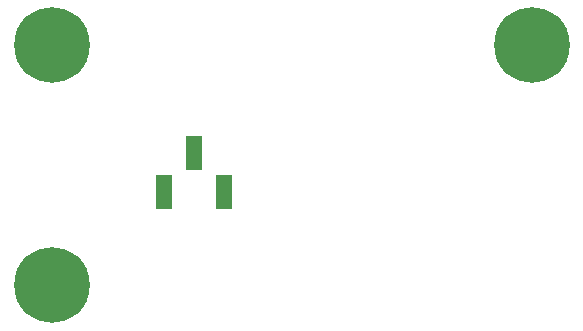
<source format=gbr>
%TF.GenerationSoftware,KiCad,Pcbnew,6.0.11+dfsg-1~bpo11+1*%
%TF.CreationDate,2023-04-13T09:35:23+00:00*%
%TF.ProjectId,PINHOLDER02,50494e48-4f4c-4444-9552-30322e6b6963,02A*%
%TF.SameCoordinates,Original*%
%TF.FileFunction,Soldermask,Top*%
%TF.FilePolarity,Negative*%
%FSLAX46Y46*%
G04 Gerber Fmt 4.6, Leading zero omitted, Abs format (unit mm)*
G04 Created by KiCad (PCBNEW 6.0.11+dfsg-1~bpo11+1) date 2023-04-13 09:35:23*
%MOMM*%
%LPD*%
G01*
G04 APERTURE LIST*
G04 Aperture macros list*
%AMRoundRect*
0 Rectangle with rounded corners*
0 $1 Rounding radius*
0 $2 $3 $4 $5 $6 $7 $8 $9 X,Y pos of 4 corners*
0 Add a 4 corners polygon primitive as box body*
4,1,4,$2,$3,$4,$5,$6,$7,$8,$9,$2,$3,0*
0 Add four circle primitives for the rounded corners*
1,1,$1+$1,$2,$3*
1,1,$1+$1,$4,$5*
1,1,$1+$1,$6,$7*
1,1,$1+$1,$8,$9*
0 Add four rect primitives between the rounded corners*
20,1,$1+$1,$2,$3,$4,$5,0*
20,1,$1+$1,$4,$5,$6,$7,0*
20,1,$1+$1,$6,$7,$8,$9,0*
20,1,$1+$1,$8,$9,$2,$3,0*%
G04 Aperture macros list end*
%ADD10C,6.400000*%
%ADD11RoundRect,0.200000X0.500000X-1.255000X0.500000X1.255000X-0.500000X1.255000X-0.500000X-1.255000X0*%
G04 APERTURE END LIST*
D10*
%TO.C,M3*%
X0Y0D03*
%TD*%
%TO.C,M2*%
X40640000Y0D03*
%TD*%
D11*
%TO.C,J1*%
X9524000Y-12449000D03*
X12064000Y-9139000D03*
X14604000Y-12449000D03*
%TD*%
D10*
%TO.C,M4*%
X0Y-20320000D03*
%TD*%
M02*

</source>
